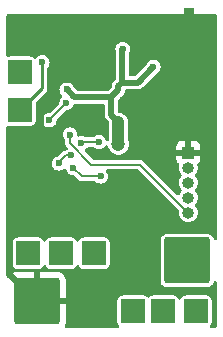
<source format=gbr>
%TF.GenerationSoftware,KiCad,Pcbnew,(6.0.9-0)*%
%TF.CreationDate,2023-01-16T20:49:34+01:00*%
%TF.ProjectId,ray2,72617932-2e6b-4696-9361-645f70636258,rev?*%
%TF.SameCoordinates,Original*%
%TF.FileFunction,Copper,L2,Bot*%
%TF.FilePolarity,Positive*%
%FSLAX46Y46*%
G04 Gerber Fmt 4.6, Leading zero omitted, Abs format (unit mm)*
G04 Created by KiCad (PCBNEW (6.0.9-0)) date 2023-01-16 20:49:34*
%MOMM*%
%LPD*%
G01*
G04 APERTURE LIST*
G04 Aperture macros list*
%AMRoundRect*
0 Rectangle with rounded corners*
0 $1 Rounding radius*
0 $2 $3 $4 $5 $6 $7 $8 $9 X,Y pos of 4 corners*
0 Add a 4 corners polygon primitive as box body*
4,1,4,$2,$3,$4,$5,$6,$7,$8,$9,$2,$3,0*
0 Add four circle primitives for the rounded corners*
1,1,$1+$1,$2,$3*
1,1,$1+$1,$4,$5*
1,1,$1+$1,$6,$7*
1,1,$1+$1,$8,$9*
0 Add four rect primitives between the rounded corners*
20,1,$1+$1,$2,$3,$4,$5,0*
20,1,$1+$1,$4,$5,$6,$7,0*
20,1,$1+$1,$6,$7,$8,$9,0*
20,1,$1+$1,$8,$9,$2,$3,0*%
G04 Aperture macros list end*
%TA.AperFunction,ComponentPad*%
%ADD10RoundRect,0.250001X-0.799999X-0.799999X0.799999X-0.799999X0.799999X0.799999X-0.799999X0.799999X0*%
%TD*%
%TA.AperFunction,ComponentPad*%
%ADD11R,1.000000X1.000000*%
%TD*%
%TA.AperFunction,ComponentPad*%
%ADD12O,1.000000X1.000000*%
%TD*%
%TA.AperFunction,ComponentPad*%
%ADD13RoundRect,0.250002X-1.699998X-1.699998X1.699998X-1.699998X1.699998X1.699998X-1.699998X1.699998X0*%
%TD*%
%TA.AperFunction,ComponentPad*%
%ADD14R,0.900000X0.500000*%
%TD*%
%TA.AperFunction,ViaPad*%
%ADD15C,0.600000*%
%TD*%
%TA.AperFunction,ViaPad*%
%ADD16C,1.200000*%
%TD*%
%TA.AperFunction,Conductor*%
%ADD17C,0.500000*%
%TD*%
%TA.AperFunction,Conductor*%
%ADD18C,0.250000*%
%TD*%
%TA.AperFunction,Conductor*%
%ADD19C,0.200000*%
%TD*%
%TA.AperFunction,Conductor*%
%ADD20C,1.000000*%
%TD*%
G04 APERTURE END LIST*
D10*
%TO.P,P7,1,P1*%
%TO.N,Net-(P7-Pad1)*%
X132650000Y-101840000D03*
%TD*%
%TO.P,P2,1,P1*%
%TO.N,VIN*%
X142240000Y-118872000D03*
%TD*%
%TO.P,P1,1,P1*%
%TO.N,VIN*%
X144780000Y-118872000D03*
%TD*%
D11*
%TO.P,PG1,1,Pin_1*%
%TO.N,GND*%
X146913600Y-105435400D03*
D12*
%TO.P,PG1,2,Pin_2*%
%TO.N,/USB_D+*%
X146913600Y-106705400D03*
%TO.P,PG1,3,Pin_3*%
%TO.N,/USB_D-*%
X146913600Y-107975400D03*
%TO.P,PG1,4,Pin_4*%
%TO.N,VIN*%
X146913600Y-109245400D03*
%TO.P,PG1,5,Pin_5*%
%TO.N,/BOOT*%
X146913600Y-110515400D03*
%TD*%
D13*
%TO.P,VIN1,1,P1*%
%TO.N,VIN*%
X146812000Y-114554000D03*
%TD*%
%TO.P,GND1,1,P1*%
%TO.N,GND*%
X134112000Y-118024000D03*
%TD*%
D10*
%TO.P,N3,1,P1*%
%TO.N,/L3_GND*%
X138938000Y-113960000D03*
%TD*%
D14*
%TO.P,AE1,2,PCB_Trace*%
%TO.N,GND*%
X146990000Y-93450500D03*
%TD*%
D10*
%TO.P,N2,1,P1*%
%TO.N,/L2_GND*%
X136144000Y-113960000D03*
%TD*%
%TO.P,N1,1,P1*%
%TO.N,/L1_GND*%
X133350000Y-113960000D03*
%TD*%
%TO.P,P3,1,P1*%
%TO.N,VIN*%
X147574000Y-118872000D03*
%TD*%
%TO.P,P4,1,P1*%
%TO.N,Net-(P4-Pad1)*%
X132650000Y-98640000D03*
%TD*%
D15*
%TO.N,GND*%
X148390000Y-96220000D03*
X149030000Y-93990000D03*
X131900000Y-105880000D03*
X131830000Y-103630000D03*
X149000000Y-108640000D03*
X148940000Y-104840000D03*
X142630000Y-104330000D03*
X143150000Y-105720000D03*
X144270000Y-105960000D03*
X143640000Y-106190000D03*
X145020000Y-107370000D03*
X144320000Y-106670000D03*
%TO.N,Net-(P7-Pad1)*%
X134560000Y-97790000D03*
%TO.N,GND*%
X134800000Y-96200000D03*
X132000000Y-95200000D03*
X135600000Y-96200000D03*
X142000000Y-94400000D03*
X147600000Y-98800000D03*
X134800000Y-94400000D03*
X146600000Y-94600000D03*
X148900000Y-101400000D03*
D16*
X133641500Y-108958500D03*
D15*
X141200000Y-94400000D03*
X147900000Y-101700000D03*
X141350000Y-100950000D03*
X142800000Y-95200000D03*
X138465200Y-118024000D03*
X137300000Y-118900000D03*
X139150000Y-101850000D03*
X132000000Y-96200000D03*
X146343600Y-98512400D03*
X132800000Y-95200000D03*
D16*
X133600000Y-104800000D03*
D15*
X135300000Y-100950000D03*
X139600000Y-94400000D03*
X135600000Y-94400000D03*
X132000000Y-94400000D03*
X144350000Y-101080000D03*
X140400000Y-94400000D03*
X138300000Y-116500000D03*
X133800000Y-95200000D03*
X148900000Y-100300000D03*
X137200000Y-94400000D03*
X143600000Y-94400000D03*
X133800000Y-94400000D03*
X137200000Y-96200000D03*
X140400000Y-95200000D03*
X133800000Y-96200000D03*
X141200000Y-95200000D03*
D16*
X137400000Y-108800000D03*
D15*
X132800000Y-94400000D03*
X135600000Y-95200000D03*
X136400000Y-94400000D03*
X132800000Y-96200000D03*
X139100000Y-118900000D03*
X138000000Y-94400000D03*
X139950000Y-99800000D03*
X140044600Y-116444600D03*
X141884400Y-114604800D03*
D16*
X143269846Y-104916918D03*
D15*
X142800000Y-94400000D03*
X134800000Y-95200000D03*
X143600000Y-95200000D03*
X138950000Y-99800000D03*
X142900000Y-112900000D03*
X140450000Y-108150000D03*
X136400000Y-96200000D03*
X137200000Y-95200000D03*
X148300000Y-99500000D03*
X138747712Y-95162003D03*
X138000000Y-95200000D03*
X142000000Y-95200000D03*
X136400000Y-95200000D03*
X138800000Y-94400000D03*
%TO.N,+3V3*%
X141350000Y-96650000D03*
X136612000Y-100088000D03*
X143956400Y-98156400D03*
D16*
X141000000Y-104700000D03*
D15*
%TO.N,/PWM_DIMMER1*%
X136600000Y-101200000D03*
X135149500Y-102699610D03*
%TO.N,/BOOT*%
X136900000Y-103900000D03*
%TO.N,/PWM_DIMMER2*%
X135953668Y-106351491D03*
X137021874Y-105654960D03*
%TO.N,/PWM_DIMMER3*%
X139350000Y-104550000D03*
X137863222Y-104633129D03*
%TO.N,VIN*%
X139487500Y-107450000D03*
X137150000Y-106700000D03*
%TD*%
D17*
%TO.N,+3V3*%
X141300000Y-99500000D02*
X141300000Y-96700000D01*
X141300000Y-96700000D02*
X141350000Y-96650000D01*
%TO.N,GND*%
X146913600Y-105435400D02*
X143788328Y-105435400D01*
X143788328Y-105435400D02*
X143269846Y-104916918D01*
D18*
%TO.N,Net-(P7-Pad1)*%
X134560000Y-97790000D02*
X134560000Y-99980000D01*
X134560000Y-99980000D02*
X132700000Y-101840000D01*
D19*
%TO.N,/PWM_DIMMER1*%
X135149500Y-102650500D02*
X135149500Y-102699610D01*
X136600000Y-101200000D02*
X135149500Y-102650500D01*
D17*
%TO.N,GND*%
X133600000Y-104800000D02*
X134400000Y-104000000D01*
X134400000Y-104000000D02*
X134400000Y-101850000D01*
X134400000Y-101850000D02*
X135300000Y-100950000D01*
D19*
X140400000Y-95200000D02*
X140400000Y-94400000D01*
D17*
X146343600Y-98512400D02*
X147312400Y-98512400D01*
D19*
X137200000Y-96200000D02*
X137200000Y-97500000D01*
X138747712Y-95162003D02*
X138037997Y-95162003D01*
X143600000Y-95200000D02*
X143600000Y-94400000D01*
D17*
X133641500Y-108958500D02*
X131850000Y-110750000D01*
X131850000Y-110750000D02*
X131850000Y-115762000D01*
D19*
X135600000Y-96200000D02*
X136400000Y-96200000D01*
X148900000Y-101400000D02*
X148200000Y-101400000D01*
D17*
X137450000Y-101850000D02*
X139150000Y-101850000D01*
X131850000Y-115762000D02*
X134112000Y-118024000D01*
X143269846Y-102869846D02*
X142925000Y-102525000D01*
D19*
X132000000Y-94400000D02*
X132000000Y-95200000D01*
D17*
X134500000Y-104800000D02*
X137450000Y-101850000D01*
D19*
X137200000Y-97500000D02*
X138750000Y-99050000D01*
X142800000Y-95200000D02*
X142800000Y-94400000D01*
X138750000Y-99050000D02*
X138750000Y-99600000D01*
X148200000Y-101400000D02*
X147900000Y-101700000D01*
X147600000Y-95600000D02*
X146600000Y-94600000D01*
X142000000Y-95200000D02*
X141200000Y-95200000D01*
D17*
X134650000Y-111350000D02*
X136250000Y-111350000D01*
D19*
X136400000Y-94400000D02*
X135600000Y-94400000D01*
D17*
X142925000Y-102525000D02*
X141350000Y-100950000D01*
X133600000Y-108917000D02*
X133641500Y-108958500D01*
D19*
X142000000Y-94400000D02*
X141200000Y-94400000D01*
D17*
X133641500Y-110341500D02*
X134650000Y-111350000D01*
D19*
X137200000Y-95200000D02*
X136400000Y-95200000D01*
X148300000Y-99500000D02*
X148300000Y-99700000D01*
D17*
X133600000Y-104800000D02*
X133600000Y-108917000D01*
D19*
X138000000Y-94400000D02*
X137200000Y-94400000D01*
X139600000Y-94400000D02*
X138800000Y-94400000D01*
D17*
X143269846Y-104916918D02*
X143269846Y-102869846D01*
D19*
X133800000Y-95200000D02*
X132800000Y-95200000D01*
D17*
X142925000Y-102525000D02*
X142925000Y-102505000D01*
X144350000Y-100506000D02*
X144350000Y-101080000D01*
D19*
X134800000Y-94400000D02*
X133800000Y-94400000D01*
D17*
X137400000Y-110200000D02*
X137400000Y-108800000D01*
X146343600Y-98512400D02*
X144350000Y-100506000D01*
X133641500Y-108958500D02*
X133641500Y-110341500D01*
D19*
X138750000Y-99600000D02*
X138950000Y-99800000D01*
X147600000Y-98800000D02*
X147600000Y-95600000D01*
X132800000Y-94400000D02*
X132800000Y-96200000D01*
D17*
X142925000Y-102505000D02*
X144350000Y-101080000D01*
X133600000Y-104800000D02*
X134500000Y-104800000D01*
X136250000Y-111350000D02*
X137400000Y-110200000D01*
D19*
X138037997Y-95162003D02*
X138000000Y-95200000D01*
X138950000Y-99800000D02*
X139950000Y-99800000D01*
X143800000Y-94600000D02*
X143600000Y-94400000D01*
X148300000Y-99700000D02*
X148900000Y-100300000D01*
X146600000Y-94600000D02*
X143800000Y-94600000D01*
D17*
X139800000Y-108800000D02*
X140450000Y-108150000D01*
X147312400Y-98512400D02*
X147600000Y-98800000D01*
D19*
X135600000Y-95200000D02*
X134800000Y-95200000D01*
X133800000Y-96200000D02*
X134800000Y-96200000D01*
D17*
X137400000Y-108800000D02*
X139800000Y-108800000D01*
%TO.N,+3V3*%
X137274000Y-100750000D02*
X140400000Y-100750000D01*
X140400000Y-102250000D02*
X141000000Y-102850000D01*
X140400000Y-100750000D02*
X140400000Y-102250000D01*
X141000000Y-99800000D02*
X141000000Y-100150000D01*
X136612000Y-100088000D02*
X137274000Y-100750000D01*
X141000000Y-99800000D02*
X141300000Y-99500000D01*
D20*
X141000000Y-104700000D02*
X141000000Y-102850000D01*
D17*
X143956400Y-98193600D02*
X143956400Y-98156400D01*
X141000000Y-100150000D02*
X140400000Y-100750000D01*
X141300000Y-99500000D02*
X142650000Y-99500000D01*
X142650000Y-99500000D02*
X143956400Y-98193600D01*
D19*
%TO.N,/BOOT*%
X136900000Y-104650000D02*
X138700000Y-106450000D01*
X138700000Y-106450000D02*
X142848200Y-106450000D01*
X142848200Y-106450000D02*
X146913600Y-110515400D01*
X136900000Y-103900000D02*
X136900000Y-104650000D01*
%TO.N,/PWM_DIMMER2*%
X137021874Y-105654960D02*
X136545040Y-105654960D01*
X136545040Y-105654960D02*
X135953668Y-106246332D01*
X135953668Y-106246332D02*
X135953668Y-106351491D01*
%TO.N,/PWM_DIMMER3*%
X137946351Y-104550000D02*
X139350000Y-104550000D01*
X137863222Y-104633129D02*
X137946351Y-104550000D01*
%TO.N,VIN*%
X137150000Y-106700000D02*
X137900000Y-107450000D01*
X137900000Y-107450000D02*
X139487500Y-107450000D01*
%TD*%
%TA.AperFunction,Conductor*%
%TO.N,GND*%
G36*
X149247444Y-93708524D02*
G01*
X149294026Y-93762102D01*
X149305500Y-93814635D01*
X149305500Y-112729265D01*
X149285498Y-112797386D01*
X149231842Y-112843879D01*
X149161568Y-112853983D01*
X149096988Y-112824489D01*
X149058604Y-112764763D01*
X149054413Y-112744402D01*
X149052609Y-112729493D01*
X149052609Y-112729492D01*
X149051636Y-112721454D01*
X148996112Y-112581218D01*
X148990922Y-112574380D01*
X148990920Y-112574377D01*
X148910113Y-112467917D01*
X148904922Y-112461078D01*
X148895372Y-112453829D01*
X148791623Y-112375080D01*
X148791620Y-112375078D01*
X148784782Y-112369888D01*
X148644546Y-112314364D01*
X148636508Y-112313391D01*
X148636507Y-112313391D01*
X148604936Y-112309571D01*
X148554770Y-112303500D01*
X145069230Y-112303500D01*
X145019064Y-112309571D01*
X144987493Y-112313391D01*
X144987492Y-112313391D01*
X144979454Y-112314364D01*
X144839218Y-112369888D01*
X144832380Y-112375078D01*
X144832377Y-112375080D01*
X144728628Y-112453829D01*
X144719078Y-112461078D01*
X144713887Y-112467917D01*
X144633080Y-112574377D01*
X144633078Y-112574380D01*
X144627888Y-112581218D01*
X144572364Y-112721454D01*
X144561500Y-112811230D01*
X144561500Y-116296770D01*
X144572364Y-116386546D01*
X144627888Y-116526782D01*
X144633078Y-116533620D01*
X144633080Y-116533623D01*
X144711829Y-116637372D01*
X144719078Y-116646922D01*
X144725917Y-116652113D01*
X144832377Y-116732920D01*
X144832380Y-116732922D01*
X144839218Y-116738112D01*
X144979454Y-116793636D01*
X144987492Y-116794609D01*
X144987493Y-116794609D01*
X145019064Y-116798429D01*
X145069230Y-116804500D01*
X148554770Y-116804500D01*
X148604936Y-116798429D01*
X148636507Y-116794609D01*
X148636508Y-116794609D01*
X148644546Y-116793636D01*
X148784782Y-116738112D01*
X148791620Y-116732922D01*
X148791623Y-116732920D01*
X148898083Y-116652113D01*
X148904922Y-116646922D01*
X148912171Y-116637372D01*
X148990920Y-116533623D01*
X148990922Y-116533620D01*
X148996112Y-116526782D01*
X149051636Y-116386546D01*
X149054413Y-116363598D01*
X149082454Y-116298373D01*
X149141306Y-116258663D01*
X149212285Y-116257075D01*
X149272855Y-116294113D01*
X149303785Y-116358018D01*
X149305500Y-116378735D01*
X149305500Y-120137500D01*
X149285498Y-120205621D01*
X149231842Y-120252114D01*
X149179500Y-120263500D01*
X148870018Y-120263500D01*
X148801897Y-120243498D01*
X148755404Y-120189842D01*
X148745300Y-120119568D01*
X148769655Y-120061321D01*
X148852920Y-119951623D01*
X148858112Y-119944783D01*
X148913636Y-119804547D01*
X148924500Y-119714771D01*
X148924499Y-118029230D01*
X148924044Y-118025467D01*
X148914608Y-117947483D01*
X148914607Y-117947480D01*
X148913636Y-117939453D01*
X148858112Y-117799217D01*
X148766922Y-117679078D01*
X148646783Y-117587888D01*
X148506547Y-117532364D01*
X148498509Y-117531391D01*
X148498508Y-117531391D01*
X148466937Y-117527571D01*
X148416771Y-117521500D01*
X147574556Y-117521500D01*
X146731230Y-117521501D01*
X146727472Y-117521956D01*
X146727467Y-117521956D01*
X146649483Y-117531392D01*
X146649480Y-117531393D01*
X146641453Y-117532364D01*
X146501217Y-117587888D01*
X146381078Y-117679078D01*
X146375887Y-117685917D01*
X146316517Y-117764135D01*
X146289888Y-117799217D01*
X146286750Y-117807142D01*
X146235906Y-117856649D01*
X146166336Y-117870814D01*
X146100153Y-117845118D01*
X146067253Y-117807150D01*
X146064112Y-117799217D01*
X146037484Y-117764135D01*
X145978113Y-117685917D01*
X145972922Y-117679078D01*
X145852783Y-117587888D01*
X145712547Y-117532364D01*
X145704509Y-117531391D01*
X145704508Y-117531391D01*
X145672937Y-117527571D01*
X145622771Y-117521500D01*
X144780556Y-117521500D01*
X143937230Y-117521501D01*
X143933472Y-117521956D01*
X143933467Y-117521956D01*
X143855483Y-117531392D01*
X143855480Y-117531393D01*
X143847453Y-117532364D01*
X143707217Y-117587888D01*
X143587078Y-117679078D01*
X143585035Y-117676387D01*
X143536783Y-117702735D01*
X143465968Y-117697670D01*
X143434272Y-117677300D01*
X143432922Y-117679078D01*
X143319623Y-117593080D01*
X143312783Y-117587888D01*
X143172547Y-117532364D01*
X143164509Y-117531391D01*
X143164508Y-117531391D01*
X143132937Y-117527571D01*
X143082771Y-117521500D01*
X142240556Y-117521500D01*
X141397230Y-117521501D01*
X141393472Y-117521956D01*
X141393467Y-117521956D01*
X141315483Y-117531392D01*
X141315480Y-117531393D01*
X141307453Y-117532364D01*
X141167217Y-117587888D01*
X141047078Y-117679078D01*
X140955888Y-117799217D01*
X140900364Y-117939453D01*
X140889500Y-118029229D01*
X140889501Y-119714770D01*
X140889956Y-119718528D01*
X140889956Y-119718533D01*
X140897099Y-119777560D01*
X140900364Y-119804547D01*
X140955888Y-119944783D01*
X140961080Y-119951623D01*
X141044345Y-120061321D01*
X141069598Y-120127674D01*
X141054969Y-120197147D01*
X141005103Y-120247683D01*
X140943982Y-120263500D01*
X136595594Y-120263500D01*
X136527473Y-120243498D01*
X136480980Y-120189842D01*
X136470876Y-120119568D01*
X136488334Y-120071384D01*
X136499816Y-120052756D01*
X136505963Y-120039575D01*
X136557138Y-119885289D01*
X136560005Y-119871913D01*
X136569672Y-119777560D01*
X136570000Y-119771144D01*
X136570000Y-118296115D01*
X136565525Y-118280876D01*
X136564135Y-118279671D01*
X136556452Y-118278000D01*
X133984000Y-118278000D01*
X133915879Y-118257998D01*
X133869386Y-118204342D01*
X133858000Y-118152000D01*
X133858000Y-117751885D01*
X134366000Y-117751885D01*
X134370475Y-117767124D01*
X134371865Y-117768329D01*
X134379548Y-117770000D01*
X136551884Y-117770000D01*
X136567123Y-117765525D01*
X136568328Y-117764135D01*
X136569999Y-117756452D01*
X136569999Y-116276907D01*
X136569662Y-116270388D01*
X136559743Y-116174795D01*
X136556851Y-116161401D01*
X136505412Y-116007217D01*
X136499239Y-115994039D01*
X136413937Y-115856194D01*
X136404901Y-115844793D01*
X136290170Y-115730261D01*
X136278759Y-115721249D01*
X136140756Y-115636184D01*
X136127575Y-115630037D01*
X135973289Y-115578862D01*
X135959913Y-115575995D01*
X135865560Y-115566328D01*
X135859143Y-115566000D01*
X134384115Y-115566000D01*
X134368876Y-115570475D01*
X134367671Y-115571865D01*
X134366000Y-115579548D01*
X134366000Y-117751885D01*
X133858000Y-117751885D01*
X133858000Y-115584116D01*
X133853525Y-115568877D01*
X133852135Y-115567672D01*
X133844452Y-115566001D01*
X132364907Y-115566001D01*
X132358388Y-115566338D01*
X132262795Y-115576257D01*
X132249401Y-115579149D01*
X132095217Y-115630588D01*
X132082039Y-115636761D01*
X131944194Y-115722063D01*
X131932793Y-115731099D01*
X131818261Y-115845830D01*
X131809249Y-115857241D01*
X131753260Y-115948073D01*
X131700488Y-115995566D01*
X131630417Y-116006990D01*
X131565293Y-115978716D01*
X131525793Y-115919722D01*
X131520000Y-115881957D01*
X131520000Y-113117229D01*
X131999500Y-113117229D01*
X131999501Y-114802770D01*
X131999956Y-114806528D01*
X131999956Y-114806533D01*
X131999957Y-114806537D01*
X132010364Y-114892547D01*
X132065888Y-115032783D01*
X132157078Y-115152922D01*
X132277217Y-115244112D01*
X132417453Y-115299636D01*
X132425491Y-115300609D01*
X132425492Y-115300609D01*
X132457063Y-115304429D01*
X132507229Y-115310500D01*
X133349444Y-115310500D01*
X134192770Y-115310499D01*
X134196528Y-115310044D01*
X134196533Y-115310044D01*
X134274517Y-115300608D01*
X134274520Y-115300607D01*
X134282547Y-115299636D01*
X134422783Y-115244112D01*
X134542922Y-115152922D01*
X134634112Y-115032783D01*
X134637250Y-115024858D01*
X134688094Y-114975351D01*
X134757664Y-114961186D01*
X134823847Y-114986882D01*
X134856747Y-115024850D01*
X134859888Y-115032783D01*
X134951078Y-115152922D01*
X135071217Y-115244112D01*
X135211453Y-115299636D01*
X135219491Y-115300609D01*
X135219492Y-115300609D01*
X135251063Y-115304429D01*
X135301229Y-115310500D01*
X136143444Y-115310500D01*
X136986770Y-115310499D01*
X136990528Y-115310044D01*
X136990533Y-115310044D01*
X137068517Y-115300608D01*
X137068520Y-115300607D01*
X137076547Y-115299636D01*
X137216783Y-115244112D01*
X137336922Y-115152922D01*
X137428112Y-115032783D01*
X137431250Y-115024858D01*
X137482094Y-114975351D01*
X137551664Y-114961186D01*
X137617847Y-114986882D01*
X137650747Y-115024850D01*
X137653888Y-115032783D01*
X137745078Y-115152922D01*
X137865217Y-115244112D01*
X138005453Y-115299636D01*
X138013491Y-115300609D01*
X138013492Y-115300609D01*
X138045063Y-115304429D01*
X138095229Y-115310500D01*
X138937444Y-115310500D01*
X139780770Y-115310499D01*
X139784528Y-115310044D01*
X139784533Y-115310044D01*
X139862517Y-115300608D01*
X139862520Y-115300607D01*
X139870547Y-115299636D01*
X140010783Y-115244112D01*
X140130922Y-115152922D01*
X140222112Y-115032783D01*
X140277636Y-114892547D01*
X140288500Y-114802771D01*
X140288499Y-113117230D01*
X140288044Y-113113467D01*
X140278608Y-113035483D01*
X140278607Y-113035480D01*
X140277636Y-113027453D01*
X140222112Y-112887217D01*
X140130922Y-112767078D01*
X140010783Y-112675888D01*
X139870547Y-112620364D01*
X139862509Y-112619391D01*
X139862508Y-112619391D01*
X139830937Y-112615571D01*
X139780771Y-112609500D01*
X138938556Y-112609500D01*
X138095230Y-112609501D01*
X138091472Y-112609956D01*
X138091467Y-112609956D01*
X138013483Y-112619392D01*
X138013480Y-112619393D01*
X138005453Y-112620364D01*
X137865217Y-112675888D01*
X137745078Y-112767078D01*
X137653888Y-112887217D01*
X137650750Y-112895142D01*
X137599906Y-112944649D01*
X137530336Y-112958814D01*
X137464153Y-112933118D01*
X137431253Y-112895150D01*
X137428112Y-112887217D01*
X137336922Y-112767078D01*
X137216783Y-112675888D01*
X137076547Y-112620364D01*
X137068509Y-112619391D01*
X137068508Y-112619391D01*
X137036937Y-112615571D01*
X136986771Y-112609500D01*
X136144556Y-112609500D01*
X135301230Y-112609501D01*
X135297472Y-112609956D01*
X135297467Y-112609956D01*
X135219483Y-112619392D01*
X135219480Y-112619393D01*
X135211453Y-112620364D01*
X135071217Y-112675888D01*
X134951078Y-112767078D01*
X134859888Y-112887217D01*
X134856750Y-112895142D01*
X134805906Y-112944649D01*
X134736336Y-112958814D01*
X134670153Y-112933118D01*
X134637253Y-112895150D01*
X134634112Y-112887217D01*
X134542922Y-112767078D01*
X134422783Y-112675888D01*
X134282547Y-112620364D01*
X134274509Y-112619391D01*
X134274508Y-112619391D01*
X134242937Y-112615571D01*
X134192771Y-112609500D01*
X133350556Y-112609500D01*
X132507230Y-112609501D01*
X132503472Y-112609956D01*
X132503467Y-112609956D01*
X132425483Y-112619392D01*
X132425480Y-112619393D01*
X132417453Y-112620364D01*
X132277217Y-112675888D01*
X132157078Y-112767078D01*
X132065888Y-112887217D01*
X132010364Y-113027453D01*
X131999500Y-113117229D01*
X131520000Y-113117229D01*
X131520000Y-103286862D01*
X131540002Y-103218741D01*
X131593658Y-103172248D01*
X131663932Y-103162144D01*
X131692385Y-103169711D01*
X131717453Y-103179636D01*
X131725491Y-103180609D01*
X131725492Y-103180609D01*
X131757063Y-103184429D01*
X131807229Y-103190500D01*
X132649444Y-103190500D01*
X133492770Y-103190499D01*
X133496528Y-103190044D01*
X133496533Y-103190044D01*
X133574517Y-103180608D01*
X133574520Y-103180607D01*
X133582547Y-103179636D01*
X133722783Y-103124112D01*
X133842922Y-103032922D01*
X133934112Y-102912783D01*
X133989636Y-102772547D01*
X133998462Y-102699610D01*
X134543818Y-102699610D01*
X134564456Y-102856372D01*
X134624964Y-103002451D01*
X134693441Y-103091692D01*
X134714334Y-103118920D01*
X134721218Y-103127892D01*
X134846659Y-103224146D01*
X134992738Y-103284654D01*
X135000926Y-103285732D01*
X135066144Y-103294318D01*
X135149500Y-103305292D01*
X135157688Y-103304214D01*
X135298074Y-103285732D01*
X135306262Y-103284654D01*
X135452341Y-103224146D01*
X135577782Y-103127892D01*
X135584667Y-103118920D01*
X135605559Y-103091692D01*
X135674036Y-103002451D01*
X135734544Y-102856372D01*
X135755182Y-102699610D01*
X135753008Y-102683099D01*
X135763946Y-102612952D01*
X135788835Y-102577558D01*
X136524884Y-101841509D01*
X136587196Y-101807483D01*
X136600055Y-101806101D01*
X136600000Y-101805682D01*
X136756762Y-101785044D01*
X136902841Y-101724536D01*
X137028282Y-101628282D01*
X137124536Y-101502841D01*
X137174551Y-101382095D01*
X137219100Y-101326814D01*
X137285720Y-101304798D01*
X137291454Y-101305401D01*
X137299919Y-101303969D01*
X137299927Y-101303969D01*
X137310000Y-101302265D01*
X137331013Y-101300500D01*
X139723500Y-101300500D01*
X139791621Y-101320502D01*
X139838114Y-101374158D01*
X139849500Y-101426500D01*
X139849500Y-102235007D01*
X139849389Y-102240283D01*
X139846790Y-102302294D01*
X139848752Y-102310659D01*
X139856727Y-102344662D01*
X139858890Y-102356333D01*
X139864794Y-102399432D01*
X139868206Y-102407316D01*
X139868206Y-102407317D01*
X139870765Y-102413230D01*
X139877799Y-102434499D01*
X139881232Y-102449136D01*
X139885369Y-102456661D01*
X139885370Y-102456664D01*
X139902195Y-102487268D01*
X139907411Y-102497913D01*
X139924695Y-102537855D01*
X139934158Y-102549541D01*
X139946645Y-102568125D01*
X139953893Y-102581308D01*
X139960897Y-102589422D01*
X139985433Y-102613958D01*
X139994258Y-102623759D01*
X140014206Y-102648392D01*
X140019614Y-102655070D01*
X140026612Y-102660043D01*
X140026617Y-102660048D01*
X140034948Y-102665968D01*
X140051054Y-102679579D01*
X140162595Y-102791120D01*
X140196621Y-102853432D01*
X140199500Y-102880215D01*
X140199500Y-104251746D01*
X140182618Y-104314747D01*
X140172821Y-104331716D01*
X140170780Y-104337998D01*
X140162634Y-104363069D01*
X140122560Y-104421674D01*
X140057163Y-104449311D01*
X139987207Y-104437204D01*
X139934901Y-104389198D01*
X139926392Y-104372350D01*
X139877696Y-104254789D01*
X139874536Y-104247159D01*
X139778282Y-104121718D01*
X139652841Y-104025464D01*
X139506762Y-103964956D01*
X139350000Y-103944318D01*
X139193238Y-103964956D01*
X139047159Y-104025464D01*
X138921718Y-104121718D01*
X138919928Y-104119386D01*
X138870052Y-104146621D01*
X138843269Y-104149500D01*
X138262145Y-104149500D01*
X138194024Y-104129498D01*
X138185442Y-104123463D01*
X138172616Y-104113621D01*
X138172614Y-104113620D01*
X138166063Y-104108593D01*
X138019984Y-104048085D01*
X137863222Y-104027447D01*
X137706460Y-104048085D01*
X137675106Y-104061072D01*
X137604518Y-104068661D01*
X137541031Y-104036882D01*
X137504803Y-103975824D01*
X137501967Y-103928216D01*
X137504604Y-103908187D01*
X137505682Y-103900000D01*
X137485044Y-103743238D01*
X137424536Y-103597159D01*
X137328282Y-103471718D01*
X137202841Y-103375464D01*
X137056762Y-103314956D01*
X136900000Y-103294318D01*
X136743238Y-103314956D01*
X136597159Y-103375464D01*
X136471718Y-103471718D01*
X136375464Y-103597159D01*
X136314956Y-103743238D01*
X136294318Y-103900000D01*
X136314956Y-104056762D01*
X136375464Y-104202841D01*
X136380491Y-104209392D01*
X136471718Y-104328282D01*
X136469386Y-104330072D01*
X136496621Y-104379948D01*
X136499500Y-104406731D01*
X136499500Y-104713433D01*
X136502564Y-104722864D01*
X136502565Y-104722868D01*
X136506297Y-104734353D01*
X136510913Y-104753578D01*
X136514354Y-104775304D01*
X136518855Y-104784137D01*
X136518856Y-104784141D01*
X136524341Y-104794906D01*
X136531905Y-104813166D01*
X136538704Y-104834090D01*
X136551639Y-104851893D01*
X136561965Y-104868745D01*
X136571950Y-104888342D01*
X136594513Y-104910905D01*
X136594516Y-104910909D01*
X136671191Y-104987584D01*
X136705217Y-105049896D01*
X136700152Y-105120711D01*
X136658800Y-105176641D01*
X136593592Y-105226677D01*
X136591803Y-105224345D01*
X136541926Y-105251581D01*
X136523942Y-105253514D01*
X136523985Y-105254025D01*
X136523973Y-105254026D01*
X136516158Y-105254351D01*
X136515143Y-105254460D01*
X136513521Y-105254460D01*
X136513517Y-105254461D01*
X136481607Y-105254461D01*
X136472180Y-105257524D01*
X136472173Y-105257525D01*
X136460687Y-105261257D01*
X136441467Y-105265871D01*
X136429533Y-105267761D01*
X136429525Y-105267763D01*
X136419736Y-105269314D01*
X136410905Y-105273814D01*
X136410901Y-105273815D01*
X136400133Y-105279302D01*
X136381872Y-105286866D01*
X136360950Y-105293664D01*
X136345958Y-105304557D01*
X136343156Y-105306592D01*
X136326299Y-105316922D01*
X136315533Y-105322408D01*
X136315532Y-105322409D01*
X136306698Y-105326910D01*
X135908057Y-105725551D01*
X135845745Y-105759577D01*
X135835409Y-105761378D01*
X135805094Y-105765369D01*
X135805093Y-105765369D01*
X135796906Y-105766447D01*
X135650827Y-105826955D01*
X135525386Y-105923209D01*
X135429132Y-106048650D01*
X135368624Y-106194729D01*
X135367546Y-106202917D01*
X135366278Y-106212549D01*
X135347986Y-106351491D01*
X135368624Y-106508253D01*
X135371784Y-106515882D01*
X135374717Y-106522963D01*
X135429132Y-106654332D01*
X135525386Y-106779773D01*
X135531932Y-106784796D01*
X135558869Y-106805465D01*
X135650827Y-106876027D01*
X135796906Y-106936535D01*
X135953668Y-106957173D01*
X135961856Y-106956095D01*
X136102242Y-106937613D01*
X136110430Y-106936535D01*
X136256509Y-106876027D01*
X136367956Y-106790511D01*
X136434177Y-106764911D01*
X136503725Y-106779176D01*
X136554521Y-106828777D01*
X136564496Y-106853271D01*
X136564956Y-106856762D01*
X136625464Y-107002841D01*
X136721718Y-107128282D01*
X136847159Y-107224536D01*
X136993238Y-107285044D01*
X137001426Y-107286122D01*
X137150000Y-107305682D01*
X137149616Y-107308596D01*
X137204143Y-107324606D01*
X137225117Y-107341509D01*
X137661658Y-107778050D01*
X137670492Y-107782551D01*
X137670493Y-107782552D01*
X137681259Y-107788038D01*
X137698116Y-107798368D01*
X137707885Y-107805466D01*
X137707888Y-107805467D01*
X137715910Y-107811296D01*
X137736834Y-107818095D01*
X137755094Y-107825659D01*
X137765859Y-107831144D01*
X137765863Y-107831145D01*
X137774696Y-107835646D01*
X137784487Y-107837197D01*
X137784488Y-107837197D01*
X137796422Y-107839087D01*
X137815647Y-107843703D01*
X137827132Y-107847435D01*
X137827136Y-107847436D01*
X137836567Y-107850500D01*
X138980769Y-107850500D01*
X139048890Y-107870502D01*
X139058960Y-107878618D01*
X139059218Y-107878282D01*
X139184659Y-107974536D01*
X139330738Y-108035044D01*
X139487500Y-108055682D01*
X139495688Y-108054604D01*
X139636074Y-108036122D01*
X139644262Y-108035044D01*
X139790341Y-107974536D01*
X139915782Y-107878282D01*
X140012036Y-107752841D01*
X140072544Y-107606762D01*
X140093182Y-107450000D01*
X140072544Y-107293238D01*
X140012036Y-107147159D01*
X139939942Y-107053204D01*
X139914342Y-106986983D01*
X139928607Y-106917435D01*
X139978208Y-106866639D01*
X140039905Y-106850500D01*
X142630117Y-106850500D01*
X142698238Y-106870502D01*
X142719212Y-106887405D01*
X146090021Y-110258214D01*
X146124047Y-110320526D01*
X146125932Y-110363101D01*
X146108997Y-110497158D01*
X146108997Y-110497164D01*
X146108114Y-110504153D01*
X146108801Y-110511160D01*
X146108801Y-110511163D01*
X146109605Y-110519363D01*
X146125639Y-110682886D01*
X146127862Y-110689568D01*
X146127862Y-110689569D01*
X146136567Y-110715736D01*
X146182326Y-110853296D01*
X146275359Y-111006912D01*
X146400114Y-111136099D01*
X146550389Y-111234436D01*
X146718716Y-111297036D01*
X146725697Y-111297967D01*
X146725699Y-111297968D01*
X146889749Y-111319857D01*
X146889753Y-111319857D01*
X146896730Y-111320788D01*
X146903742Y-111320150D01*
X146903746Y-111320150D01*
X147068560Y-111305151D01*
X147068561Y-111305151D01*
X147075581Y-111304512D01*
X147246382Y-111249015D01*
X147277314Y-111230576D01*
X147394592Y-111160665D01*
X147394594Y-111160664D01*
X147400644Y-111157057D01*
X147530699Y-111033207D01*
X147548170Y-111006912D01*
X147626182Y-110889493D01*
X147630083Y-110883622D01*
X147644768Y-110844964D01*
X147691357Y-110722319D01*
X147691358Y-110722314D01*
X147693857Y-110715736D01*
X147718851Y-110537893D01*
X147719165Y-110515400D01*
X147699146Y-110336928D01*
X147640085Y-110167327D01*
X147544916Y-110015025D01*
X147500144Y-109969940D01*
X147466337Y-109907510D01*
X147471648Y-109836713D01*
X147502658Y-109789910D01*
X147530699Y-109763207D01*
X147630083Y-109613622D01*
X147644768Y-109574964D01*
X147691357Y-109452319D01*
X147691358Y-109452314D01*
X147693857Y-109445736D01*
X147718851Y-109267893D01*
X147719165Y-109245400D01*
X147699146Y-109066928D01*
X147640085Y-108897327D01*
X147544916Y-108745025D01*
X147500144Y-108699940D01*
X147466337Y-108637510D01*
X147471648Y-108566713D01*
X147502658Y-108519910D01*
X147530699Y-108493207D01*
X147548170Y-108466912D01*
X147626182Y-108349493D01*
X147630083Y-108343622D01*
X147644768Y-108304964D01*
X147691357Y-108182319D01*
X147691358Y-108182314D01*
X147693857Y-108175736D01*
X147699459Y-108135876D01*
X147718300Y-108001816D01*
X147718300Y-108001811D01*
X147718851Y-107997893D01*
X147719165Y-107975400D01*
X147699146Y-107796928D01*
X147693027Y-107779355D01*
X147642403Y-107633984D01*
X147640085Y-107627327D01*
X147544916Y-107475025D01*
X147500144Y-107429940D01*
X147466337Y-107367510D01*
X147471648Y-107296713D01*
X147502658Y-107249910D01*
X147530699Y-107223207D01*
X147548170Y-107196912D01*
X147626182Y-107079493D01*
X147630083Y-107073622D01*
X147656970Y-107002841D01*
X147691357Y-106912319D01*
X147691358Y-106912314D01*
X147693857Y-106905736D01*
X147703006Y-106840639D01*
X147718300Y-106731816D01*
X147718300Y-106731811D01*
X147718851Y-106727893D01*
X147719165Y-106705400D01*
X147699146Y-106526928D01*
X147682319Y-106478607D01*
X147678805Y-106407699D01*
X147714186Y-106346147D01*
X147725746Y-106336344D01*
X147769325Y-106303684D01*
X147781885Y-106291124D01*
X147858386Y-106189049D01*
X147866924Y-106173454D01*
X147912078Y-106053006D01*
X147915705Y-106037751D01*
X147921231Y-105986886D01*
X147921600Y-105980072D01*
X147921600Y-105707515D01*
X147917125Y-105692276D01*
X147915735Y-105691071D01*
X147908052Y-105689400D01*
X145923716Y-105689400D01*
X145908477Y-105693875D01*
X145907272Y-105695265D01*
X145905601Y-105702948D01*
X145905601Y-105980069D01*
X145905971Y-105986890D01*
X145911495Y-106037752D01*
X145915121Y-106053004D01*
X145960276Y-106173454D01*
X145968814Y-106189049D01*
X146045315Y-106291124D01*
X146057877Y-106303686D01*
X146100928Y-106335951D01*
X146143443Y-106392810D01*
X146148469Y-106463629D01*
X146143766Y-106479865D01*
X146130622Y-106515978D01*
X146108114Y-106694153D01*
X146108801Y-106701160D01*
X146108801Y-106701163D01*
X146115052Y-106764911D01*
X146125639Y-106872886D01*
X146127862Y-106879568D01*
X146127862Y-106879569D01*
X146168869Y-107002841D01*
X146182326Y-107043296D01*
X146185973Y-107049318D01*
X146245228Y-107147159D01*
X146275359Y-107196912D01*
X146328917Y-107252372D01*
X146361849Y-107315268D01*
X146355550Y-107385984D01*
X146326438Y-107429922D01*
X146297574Y-107458188D01*
X146289332Y-107466259D01*
X146285513Y-107472184D01*
X146285512Y-107472186D01*
X146204061Y-107598574D01*
X146192046Y-107617217D01*
X146130622Y-107785978D01*
X146108114Y-107964153D01*
X146108801Y-107971160D01*
X146108801Y-107971163D01*
X146109442Y-107977696D01*
X146125639Y-108142886D01*
X146127862Y-108149568D01*
X146127862Y-108149569D01*
X146136567Y-108175736D01*
X146182326Y-108313296D01*
X146275359Y-108466912D01*
X146328917Y-108522372D01*
X146361849Y-108585268D01*
X146355550Y-108655984D01*
X146326438Y-108699922D01*
X146289332Y-108736259D01*
X146285513Y-108742184D01*
X146285512Y-108742186D01*
X146195865Y-108881291D01*
X146192046Y-108887217D01*
X146189635Y-108893840D01*
X146189634Y-108893843D01*
X146168900Y-108950810D01*
X146126806Y-109007982D01*
X146060485Y-109033320D01*
X145990993Y-109018779D01*
X145961404Y-108996811D01*
X143109109Y-106144516D01*
X143109105Y-106144513D01*
X143086542Y-106121950D01*
X143066946Y-106111965D01*
X143050093Y-106101639D01*
X143032290Y-106088704D01*
X143011366Y-106081905D01*
X142993106Y-106074341D01*
X142982341Y-106068856D01*
X142982337Y-106068855D01*
X142973504Y-106064354D01*
X142963713Y-106062803D01*
X142963712Y-106062803D01*
X142951778Y-106060913D01*
X142932553Y-106056297D01*
X142921068Y-106052565D01*
X142921064Y-106052564D01*
X142911633Y-106049500D01*
X138918083Y-106049500D01*
X138849962Y-106029498D01*
X138828987Y-106012595D01*
X138159015Y-105342622D01*
X138124990Y-105280310D01*
X138130055Y-105209494D01*
X138171406Y-105153565D01*
X138275089Y-105074007D01*
X138284958Y-105066434D01*
X138291504Y-105061411D01*
X138296527Y-105054865D01*
X138296531Y-105054861D01*
X138338784Y-104999796D01*
X138396122Y-104957929D01*
X138438746Y-104950500D01*
X138843269Y-104950500D01*
X138911390Y-104970502D01*
X138921460Y-104978618D01*
X138921718Y-104978282D01*
X139047159Y-105074536D01*
X139193238Y-105135044D01*
X139350000Y-105155682D01*
X139358188Y-105154604D01*
X139498574Y-105136122D01*
X139506762Y-105135044D01*
X139652841Y-105074536D01*
X139778282Y-104978282D01*
X139874536Y-104852841D01*
X139877697Y-104845211D01*
X139880358Y-104840601D01*
X139931740Y-104791607D01*
X140001454Y-104778170D01*
X140067365Y-104804557D01*
X140108548Y-104862388D01*
X140112724Y-104877401D01*
X140113636Y-104881692D01*
X140114326Y-104888256D01*
X140116366Y-104894533D01*
X140116366Y-104894535D01*
X140141450Y-104971736D01*
X140172821Y-105068284D01*
X140176124Y-105074006D01*
X140176125Y-105074007D01*
X140178255Y-105077696D01*
X140267467Y-105232216D01*
X140271885Y-105237123D01*
X140271886Y-105237124D01*
X140334436Y-105306592D01*
X140394129Y-105372888D01*
X140547270Y-105484151D01*
X140720197Y-105561144D01*
X140818212Y-105581978D01*
X140898897Y-105599128D01*
X140898901Y-105599128D01*
X140905354Y-105600500D01*
X141094646Y-105600500D01*
X141101099Y-105599128D01*
X141101103Y-105599128D01*
X141181788Y-105581978D01*
X141279803Y-105561144D01*
X141452730Y-105484151D01*
X141605871Y-105372888D01*
X141665565Y-105306592D01*
X141728114Y-105237124D01*
X141728115Y-105237123D01*
X141732533Y-105232216D01*
X141772330Y-105163285D01*
X145905600Y-105163285D01*
X145910075Y-105178524D01*
X145911465Y-105179729D01*
X145919148Y-105181400D01*
X146641485Y-105181400D01*
X146656724Y-105176925D01*
X146657929Y-105175535D01*
X146659600Y-105167852D01*
X146659600Y-105163285D01*
X147167600Y-105163285D01*
X147172075Y-105178524D01*
X147173465Y-105179729D01*
X147181148Y-105181400D01*
X147903484Y-105181400D01*
X147918723Y-105176925D01*
X147919928Y-105175535D01*
X147921599Y-105167852D01*
X147921599Y-104890731D01*
X147921229Y-104883910D01*
X147915705Y-104833048D01*
X147912079Y-104817796D01*
X147866924Y-104697346D01*
X147858386Y-104681751D01*
X147781885Y-104579676D01*
X147769324Y-104567115D01*
X147667249Y-104490614D01*
X147651654Y-104482076D01*
X147531206Y-104436922D01*
X147515951Y-104433295D01*
X147465086Y-104427769D01*
X147458272Y-104427400D01*
X147185715Y-104427400D01*
X147170476Y-104431875D01*
X147169271Y-104433265D01*
X147167600Y-104440948D01*
X147167600Y-105163285D01*
X146659600Y-105163285D01*
X146659600Y-104445516D01*
X146655125Y-104430277D01*
X146653735Y-104429072D01*
X146646052Y-104427401D01*
X146368931Y-104427401D01*
X146362110Y-104427771D01*
X146311248Y-104433295D01*
X146295996Y-104436921D01*
X146175546Y-104482076D01*
X146159951Y-104490614D01*
X146057876Y-104567115D01*
X146045315Y-104579676D01*
X145968814Y-104681751D01*
X145960276Y-104697346D01*
X145915122Y-104817794D01*
X145911495Y-104833049D01*
X145905969Y-104883914D01*
X145905600Y-104890728D01*
X145905600Y-105163285D01*
X141772330Y-105163285D01*
X141821745Y-105077696D01*
X141823875Y-105074007D01*
X141823876Y-105074006D01*
X141827179Y-105068284D01*
X141885674Y-104888256D01*
X141888654Y-104859909D01*
X141904770Y-104706565D01*
X141905460Y-104700000D01*
X141885674Y-104511744D01*
X141827179Y-104331716D01*
X141817382Y-104314747D01*
X141800500Y-104251746D01*
X141800500Y-102804845D01*
X141785546Y-102671528D01*
X141726485Y-102501927D01*
X141698202Y-102456664D01*
X141635049Y-102355599D01*
X141631316Y-102349625D01*
X141560064Y-102277874D01*
X141509733Y-102227190D01*
X141509729Y-102227187D01*
X141504770Y-102222193D01*
X141353136Y-102125963D01*
X141267353Y-102095417D01*
X141190586Y-102068081D01*
X141190581Y-102068080D01*
X141183951Y-102065719D01*
X141176963Y-102064886D01*
X141176960Y-102064885D01*
X141061581Y-102051127D01*
X140996308Y-102023199D01*
X140956495Y-101964416D01*
X140950500Y-101926013D01*
X140950500Y-101030216D01*
X140970502Y-100962095D01*
X140987404Y-100941121D01*
X141378655Y-100549869D01*
X141382465Y-100546216D01*
X141428156Y-100504201D01*
X141437271Y-100489501D01*
X141451087Y-100467217D01*
X141457801Y-100457447D01*
X141484112Y-100422784D01*
X141489649Y-100408799D01*
X141499713Y-100388791D01*
X141503108Y-100383315D01*
X141507635Y-100376014D01*
X141519773Y-100334234D01*
X141523613Y-100323015D01*
X141539636Y-100282547D01*
X141541208Y-100267592D01*
X141545520Y-100245617D01*
X141549715Y-100231175D01*
X141550500Y-100220485D01*
X141550500Y-100185783D01*
X141551191Y-100172608D01*
X141552167Y-100163325D01*
X141579182Y-100097669D01*
X141637405Y-100057042D01*
X141677476Y-100050500D01*
X142635007Y-100050500D01*
X142640284Y-100050611D01*
X142702294Y-100053210D01*
X142713848Y-100050500D01*
X142744662Y-100043273D01*
X142756333Y-100041110D01*
X142782875Y-100037474D01*
X142799432Y-100035206D01*
X142813230Y-100029235D01*
X142834499Y-100022201D01*
X142840775Y-100020729D01*
X142849136Y-100018768D01*
X142856661Y-100014631D01*
X142856664Y-100014630D01*
X142887268Y-99997805D01*
X142897913Y-99992589D01*
X142937855Y-99975305D01*
X142949541Y-99965842D01*
X142968126Y-99953354D01*
X142975518Y-99949290D01*
X142981308Y-99946107D01*
X142989422Y-99939103D01*
X143013958Y-99914567D01*
X143023759Y-99905742D01*
X143048392Y-99885794D01*
X143048393Y-99885793D01*
X143055070Y-99880386D01*
X143060043Y-99873388D01*
X143060048Y-99873383D01*
X143065968Y-99865052D01*
X143079579Y-99848946D01*
X144222885Y-98705640D01*
X144248981Y-98685615D01*
X144251612Y-98684096D01*
X144259241Y-98680936D01*
X144384682Y-98584682D01*
X144480936Y-98459241D01*
X144541444Y-98313162D01*
X144562082Y-98156400D01*
X144541444Y-97999638D01*
X144480936Y-97853559D01*
X144384682Y-97728118D01*
X144259241Y-97631864D01*
X144113162Y-97571356D01*
X143956400Y-97550718D01*
X143799638Y-97571356D01*
X143653559Y-97631864D01*
X143528118Y-97728118D01*
X143431864Y-97853559D01*
X143428704Y-97861189D01*
X143380607Y-97977304D01*
X143353294Y-98018181D01*
X142905684Y-98465792D01*
X142458881Y-98912595D01*
X142396568Y-98946620D01*
X142369785Y-98949500D01*
X141976500Y-98949500D01*
X141908379Y-98929498D01*
X141861886Y-98875842D01*
X141850500Y-98823500D01*
X141850500Y-97026078D01*
X141867381Y-96963077D01*
X141869506Y-96959396D01*
X141874536Y-96952841D01*
X141935044Y-96806762D01*
X141955682Y-96650000D01*
X141935044Y-96493238D01*
X141874536Y-96347159D01*
X141778282Y-96221718D01*
X141652841Y-96125464D01*
X141506762Y-96064956D01*
X141350000Y-96044318D01*
X141193238Y-96064956D01*
X141047159Y-96125464D01*
X140921718Y-96221718D01*
X140825464Y-96347159D01*
X140764956Y-96493238D01*
X140744318Y-96650000D01*
X140745396Y-96658188D01*
X140746470Y-96666346D01*
X140746858Y-96695957D01*
X140744599Y-96717454D01*
X140746031Y-96725919D01*
X140746031Y-96725927D01*
X140747735Y-96736000D01*
X140749500Y-96757013D01*
X140749500Y-99219786D01*
X140729498Y-99287907D01*
X140712595Y-99308881D01*
X140621357Y-99400119D01*
X140617548Y-99403772D01*
X140571844Y-99445799D01*
X140548901Y-99482802D01*
X140542200Y-99492552D01*
X140515888Y-99527217D01*
X140510354Y-99541195D01*
X140500293Y-99561199D01*
X140492365Y-99573986D01*
X140489968Y-99582237D01*
X140489967Y-99582239D01*
X140480225Y-99615772D01*
X140476380Y-99627002D01*
X140460364Y-99667453D01*
X140459466Y-99675994D01*
X140459466Y-99675995D01*
X140458792Y-99682408D01*
X140454480Y-99704383D01*
X140450285Y-99718825D01*
X140449500Y-99729515D01*
X140449500Y-99764217D01*
X140448810Y-99777387D01*
X140444599Y-99817454D01*
X140446031Y-99825919D01*
X140446031Y-99825928D01*
X140447735Y-99836000D01*
X140449500Y-99857013D01*
X140449500Y-99869784D01*
X140429498Y-99937905D01*
X140412596Y-99958879D01*
X140208881Y-100162595D01*
X140146569Y-100196620D01*
X140119785Y-100199500D01*
X137554214Y-100199500D01*
X137486093Y-100179498D01*
X137465119Y-100162595D01*
X137188804Y-99886280D01*
X137161490Y-99845403D01*
X137139696Y-99792789D01*
X137136536Y-99785159D01*
X137040282Y-99659718D01*
X136914841Y-99563464D01*
X136768762Y-99502956D01*
X136612000Y-99482318D01*
X136455238Y-99502956D01*
X136309159Y-99563464D01*
X136183718Y-99659718D01*
X136087464Y-99785159D01*
X136026956Y-99931238D01*
X136006318Y-100088000D01*
X136026956Y-100244762D01*
X136087464Y-100390841D01*
X136134849Y-100452595D01*
X136163168Y-100489500D01*
X136183718Y-100516282D01*
X136190264Y-100521305D01*
X136213889Y-100539433D01*
X136255756Y-100596771D01*
X136259978Y-100667642D01*
X136225214Y-100729545D01*
X136213889Y-100739358D01*
X136178268Y-100766691D01*
X136178264Y-100766695D01*
X136171718Y-100771718D01*
X136075464Y-100897159D01*
X136014956Y-101043238D01*
X135994318Y-101200000D01*
X135991404Y-101199616D01*
X135975394Y-101254142D01*
X135958491Y-101275116D01*
X135168434Y-102065173D01*
X135106122Y-102099199D01*
X135095792Y-102100999D01*
X134992738Y-102114566D01*
X134846659Y-102175074D01*
X134721218Y-102271328D01*
X134716195Y-102277874D01*
X134697457Y-102302294D01*
X134624964Y-102396769D01*
X134564456Y-102542848D01*
X134543818Y-102699610D01*
X133998462Y-102699610D01*
X134000500Y-102682771D01*
X134000499Y-101193439D01*
X134020501Y-101125318D01*
X134037404Y-101104344D01*
X134908528Y-100233220D01*
X134919423Y-100211837D01*
X134929747Y-100194991D01*
X134938020Y-100183604D01*
X134943849Y-100175581D01*
X134946913Y-100166150D01*
X134946915Y-100166147D01*
X134951264Y-100152763D01*
X134958828Y-100134502D01*
X134965216Y-100121964D01*
X134965216Y-100121963D01*
X134969719Y-100113126D01*
X134973472Y-100089429D01*
X134978086Y-100070210D01*
X134985500Y-100047393D01*
X134985500Y-98264679D01*
X135005502Y-98196558D01*
X135011538Y-98187975D01*
X135079506Y-98099397D01*
X135079508Y-98099394D01*
X135084536Y-98092841D01*
X135145044Y-97946762D01*
X135165682Y-97790000D01*
X135145044Y-97633238D01*
X135084536Y-97487159D01*
X134988282Y-97361718D01*
X134862841Y-97265464D01*
X134716762Y-97204956D01*
X134560000Y-97184318D01*
X134403238Y-97204956D01*
X134257159Y-97265464D01*
X134131718Y-97361718D01*
X134054874Y-97461864D01*
X134054471Y-97462389D01*
X133997133Y-97504256D01*
X133926262Y-97508478D01*
X133864359Y-97473714D01*
X133854145Y-97461864D01*
X133848113Y-97453917D01*
X133842922Y-97447078D01*
X133722783Y-97355888D01*
X133582547Y-97300364D01*
X133574509Y-97299391D01*
X133574508Y-97299391D01*
X133542937Y-97295571D01*
X133492771Y-97289500D01*
X132650556Y-97289500D01*
X131807230Y-97289501D01*
X131803472Y-97289956D01*
X131803467Y-97289956D01*
X131725483Y-97299392D01*
X131725480Y-97299393D01*
X131717453Y-97300364D01*
X131709932Y-97303342D01*
X131709931Y-97303342D01*
X131692386Y-97310289D01*
X131621685Y-97316770D01*
X131558705Y-97283998D01*
X131523440Y-97222379D01*
X131520000Y-97193138D01*
X131520000Y-93843826D01*
X131540002Y-93775705D01*
X131593658Y-93729212D01*
X131645790Y-93717826D01*
X139484786Y-93704775D01*
X149179292Y-93688636D01*
X149247444Y-93708524D01*
G37*
%TD.AperFunction*%
%TD*%
M02*

</source>
